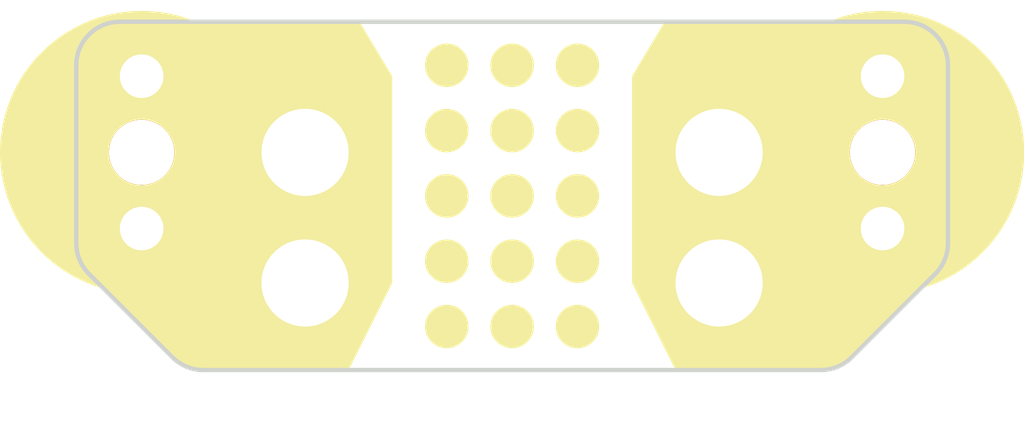
<source format=kicad_pcb>
(kicad_pcb (version 20241229) (generator "pcbnew") (generator_version "9.0")
  (layers (0 "F.Cu" signal) (2 "B.Cu" signal) (13 "F.Paste" user) (15 "B.Paste" user) (5 "F.SilkS" user "F.Silkscreen") (7 "B.SilkS" user "B.Silkscreen") (1 "F.Mask" user) (3 "B.Mask" user) (25 "Edge.Cuts" user))
  (net 0 "")
  (footprint "MountingHole:MountingHole_2mm" (layer "F.Cu") (at 158.5 81.75)
    (property "Reference" "H9" (hide yes))
    (property "Value" "MountingHole" (hide yes))
    (pad "" thru_hole circle (at 0 0) (size 2 2) (drill 1) (layers "*.Cu" "*.Mask"))
  )
  (footprint "MountingHole:MountingHole_2mm" (layer "F.Cu") (at 141.5 78.25)
    (property "Reference" "H10" (hide yes))
    (property "Value" "MountingHole" (hide yes))
    (pad "" thru_hole circle (at 0 0) (size 2 2) (drill 1) (layers "*.Cu" "*.Mask"))
  )
  (footprint "MountingHole:MountingHole_2mm" (layer "F.Cu") (at 145.25 83)
    (property "Reference" "H4" (hide yes))
    (property "Value" "MountingHole")
    (pad "" np_thru_hole circle (at 0 0) (size 2 2) (drill 2) (layers "*.Cu" "*.Mask"))
  )
  (footprint "MountingHole:MountingHole_2mm" (layer "F.Cu") (at 158.5 78.25)
    (property "Reference" "H5" (hide yes))
    (property "Value" "MountingHole" (hide yes))
    (pad "" thru_hole circle (at 0 0) (size 2 2) (drill 1) (layers "*.Cu" "*.Mask"))
  )
  (footprint "MountingHole:MountingHole_2mm" (layer "F.Cu") (at 158.5 80)
    (property "Reference" "H7" (hide yes))
    (property "Value" "MountingHole" (hide yes))
    (pad "" np_thru_hole circle (at 0 0) (size 0.8 0.8) (drill 0.8) (layers "*.Cu" "*.Mask"))
  )
  (footprint "MountingHole:MountingHole_2mm" (layer "F.Cu") (at 145.25 80)
    (property "Reference" "H3" (hide yes))
    (property "Value" "MountingHole")
    (pad "" np_thru_hole circle (at 0 0) (size 2 2) (drill 2) (layers "*.Cu" "*.Mask"))
  )
  (footprint "MountingHole:MountingHole_2mm" (layer "F.Cu") (at 141.5 80)
    (property "Reference" "H8" (hide yes))
    (property "Value" "MountingHole" (hide yes))
    (pad "" np_thru_hole circle (at 0 0) (size 0.8 0.8) (drill 0.8) (layers "*.Cu" "*.Mask"))
  )
  (footprint "MountingHole:MountingHole_2mm" (layer "F.Cu") (at 154.75 80)
    (property "Reference" "H1" (hide yes))
    (property "Value" "MountingHole" (hide yes))
    (pad "" np_thru_hole circle (at 0 0) (size 2 2) (drill 2) (layers "*.Cu" "*.Mask"))
  )
  (footprint "MountingHole:MountingHole_2mm" (layer "F.Cu") (at 141.5 81.75)
    (property "Reference" "H6" (hide yes))
    (property "Value" "MountingHole" (hide yes))
    (pad "" thru_hole circle (at 0 0) (size 2 2) (drill 1) (layers "*.Cu" "*.Mask"))
  )
  (footprint "MountingHole:MountingHole_2mm" (layer "F.Cu") (at 154.75 83)
    (property "Reference" "H2" (hide yes))
    (property "Value" "MountingHole")
    (pad "" np_thru_hole circle (at 0 0) (size 2 2) (drill 2) (layers "*.Cu" "*.Mask"))
  )
  (gr_circle (center 158.5 80) (end 159.5 80) (stroke (width 0.5)) (fill no) (layer "F.Cu"))
  (gr_circle (center 141.5 80) (end 142.5 80) (stroke (width 0.5)) (fill no) (layer "F.Cu"))
  (gr_circle (center 151.5 84) (end 152 84) (fill yes) (layer "F.SilkS"))
  (gr_circle (center 148.5 81) (end 149 81) (fill yes) (layer "F.SilkS"))
  (gr_circle (center 150 81) (end 150.5 81) (fill yes) (layer "F.SilkS"))
  (gr_circle (center 141.5 80) (end 143.5 80) (stroke (width 2.5)) (fill no) (layer "F.SilkS"))
  (gr_circle (center 148.5 82.5) (end 149 82.5) (fill yes) (layer "F.SilkS"))
  (gr_circle (center 150 82.5) (end 150.5 82.5) (fill yes) (layer "F.SilkS"))
  (gr_circle (center 151.5 81) (end 152 81) (fill yes) (layer "F.SilkS"))
  (gr_circle (center 151.5 78) (end 152 78) (fill yes) (layer "F.SilkS"))
  (gr_circle (center 150 78) (end 150.5 78) (fill yes) (layer "F.SilkS"))
  (gr_circle (center 150 79.5) (end 150.5 79.5) (fill yes) (layer "F.SilkS"))
  (gr_circle (center 150 84) (end 150.5 84) (fill yes) (layer "F.SilkS"))
  (gr_circle (center 151.5 79.5) (end 152 79.5) (fill yes) (layer "F.SilkS"))
  (gr_circle (center 148.5 78) (end 149 78) (fill yes) (layer "F.SilkS"))
  (gr_circle (center 151.5 82.5) (end 152 82.5) (fill yes) (layer "F.SilkS"))
  (gr_circle (center 148.5 84) (end 149 84) (fill yes) (layer "F.SilkS"))
  (gr_circle (center 148.5 79.5) (end 149 79.5) (fill yes) (layer "F.SilkS"))
  (gr_circle (center 158.5 80) (end 160.5 80) (stroke (width 2.5)) (fill no) (layer "F.SilkS"))
  (gr_arc (start 157.792893 84.707107) (mid 157.468469 84.923875) (end 157.085786 85) (stroke (width 0.1)) (layer "Edge.Cuts"))
  (gr_line (start 142.207107 84.707107) (end 140.292893 82.792893) (stroke (width 0.1)) (layer "Edge.Cuts"))
  (gr_arc (start 140.292893 82.792893) (mid 140.07612 82.46847) (end 140 82.085786) (stroke (width 0.1)) (layer "Edge.Cuts"))
  (gr_arc (start 140 78) (mid 140.292893 77.292893) (end 141 77) (stroke (width 0.1)) (layer "Edge.Cuts"))
  (gr_arc (start 142.914214 85) (mid 142.53153 84.92388) (end 142.207107 84.707107) (stroke (width 0.1)) (layer "Edge.Cuts"))
  (gr_arc (start 160 82.085786) (mid 159.923884 82.468472) (end 159.707107 82.792893) (stroke (width 0.1)) (layer "Edge.Cuts"))
  (gr_line (start 157.792893 84.707107) (end 159.707107 82.792893) (stroke (width 0.1)) (layer "Edge.Cuts"))
  (gr_line (start 142.914214 85) (end 157.085786 85) (stroke (width 0.1)) (layer "Edge.Cuts"))
  (gr_line (start 140 78) (end 140 82.085786) (stroke (width 0.1)) (layer "Edge.Cuts"))
  (gr_line (start 159 77) (end 141 77) (stroke (width 0.1)) (layer "Edge.Cuts"))
  (gr_line (start 160 82.085786) (end 160 78) (stroke (width 0.1)) (layer "Edge.Cuts"))
  (gr_arc (start 159 77) (mid 159.707107 77.292893) (end 160 78) (stroke (width 0.1)) (layer "Edge.Cuts"))
  (zone (net 0) (net_name "") (layer "F.SilkS") (connect_pads (clearance 0)) (min_thickness 0.25) (fill yes (thermal_gap 0.5) (thermal_bridge_width 0.5))
    (polygon (pts (xy 153.5 77) (xy 152.75 78.25) (xy 152.75 83) (xy 153.75 85) (xy 160 85) (xy 160 81.75) (xy 157.25 81.75) (xy 157.25 77)))
  )
  (zone (net 0) (net_name "") (layer "F.SilkS") (connect_pads (clearance 0)) (min_thickness 0.25) (fill yes (thermal_gap 0.5) (thermal_bridge_width 0.5))
    (polygon (pts (xy 146.5 77) (xy 147.25 78.25) (xy 147.25 83) (xy 146.25 85) (xy 140 85) (xy 140 81.75) (xy 142.75 81.75) (xy 142.75 77)))
  )
)
</source>
